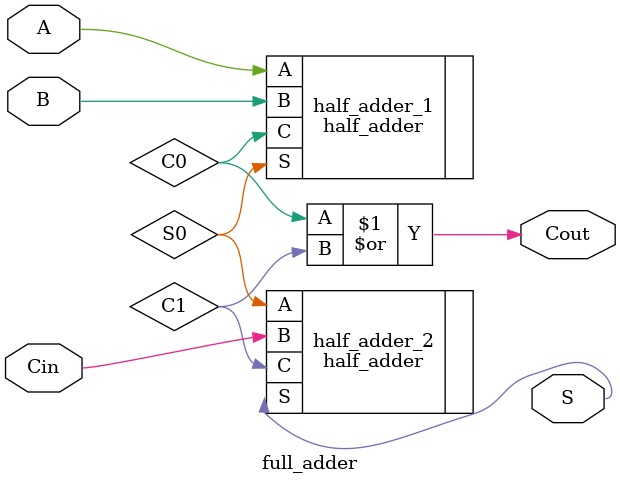
<source format=sv>
module full_adder (
    input logic A,
    input logic B,
    input logic Cin,

    output logic S,
    output logic Cout
);
  logic S0, C0, C1;
  half_adder half_adder_1 (
      .A(A),
      .B(B),
      .S(S0),
      .C(C0)
  );

  half_adder half_adder_2 (
      .A(S0),
      .B(Cin),
      .S(S),
      .C(C1)
  );

  assign Cout = C0 | C1;
endmodule

</source>
